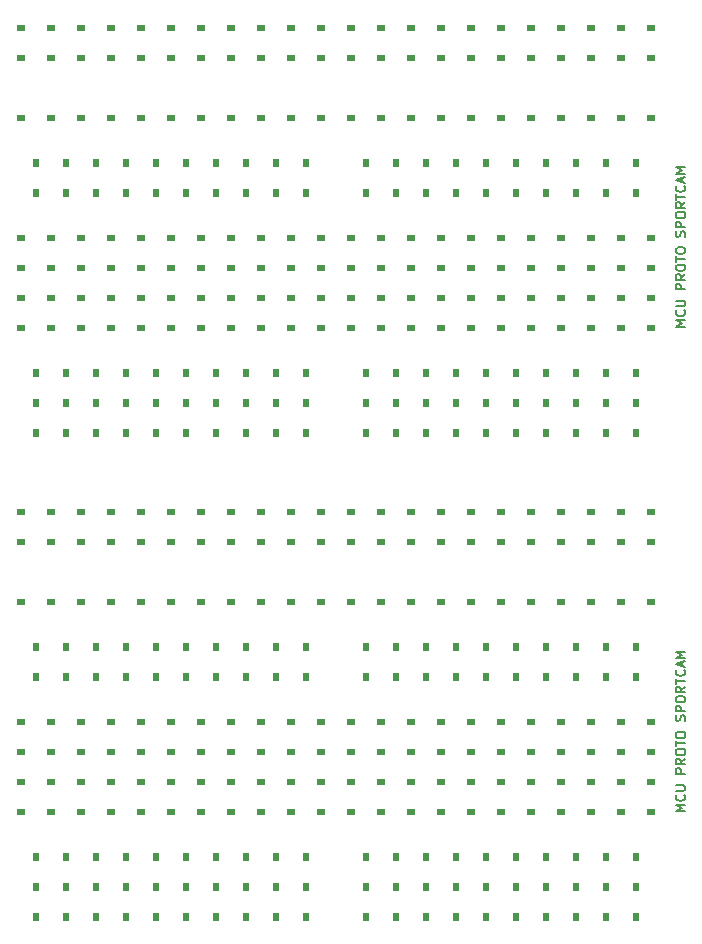
<source format=gbr>
G04 #@! TF.GenerationSoftware,KiCad,Pcbnew,5.1.5+dfsg1-2build2*
G04 #@! TF.CreationDate,2022-07-24T21:39:07-05:00*
G04 #@! TF.ProjectId,,58585858-5858-4585-9858-585858585858,rev?*
G04 #@! TF.SameCoordinates,Original*
G04 #@! TF.FileFunction,Legend,Top*
G04 #@! TF.FilePolarity,Positive*
%FSLAX46Y46*%
G04 Gerber Fmt 4.6, Leading zero omitted, Abs format (unit mm)*
G04 Created by KiCad (PCBNEW 5.1.5+dfsg1-2build2) date 2022-07-24 21:39:07*
%MOMM*%
%LPD*%
G04 APERTURE LIST*
%ADD10C,0.150000*%
%ADD11C,0.700000*%
%ADD12C,2.102000*%
G04 APERTURE END LIST*
D10*
X157055144Y-112497617D02*
X156255144Y-112497617D01*
X156826573Y-112230950D01*
X156255144Y-111964283D01*
X157055144Y-111964283D01*
X156978954Y-111126188D02*
X157017049Y-111164283D01*
X157055144Y-111278569D01*
X157055144Y-111354760D01*
X157017049Y-111469045D01*
X156940859Y-111545236D01*
X156864668Y-111583331D01*
X156712287Y-111621426D01*
X156598001Y-111621426D01*
X156445620Y-111583331D01*
X156369430Y-111545236D01*
X156293240Y-111469045D01*
X156255144Y-111354760D01*
X156255144Y-111278569D01*
X156293240Y-111164283D01*
X156331335Y-111126188D01*
X156255144Y-110783331D02*
X156902763Y-110783331D01*
X156978954Y-110745236D01*
X157017049Y-110707140D01*
X157055144Y-110630950D01*
X157055144Y-110478569D01*
X157017049Y-110402379D01*
X156978954Y-110364283D01*
X156902763Y-110326188D01*
X156255144Y-110326188D01*
X157055144Y-109335712D02*
X156255144Y-109335712D01*
X156255144Y-109030950D01*
X156293240Y-108954760D01*
X156331335Y-108916664D01*
X156407525Y-108878569D01*
X156521811Y-108878569D01*
X156598001Y-108916664D01*
X156636097Y-108954760D01*
X156674192Y-109030950D01*
X156674192Y-109335712D01*
X157055144Y-108078569D02*
X156674192Y-108345236D01*
X157055144Y-108535712D02*
X156255144Y-108535712D01*
X156255144Y-108230950D01*
X156293240Y-108154760D01*
X156331335Y-108116664D01*
X156407525Y-108078569D01*
X156521811Y-108078569D01*
X156598001Y-108116664D01*
X156636097Y-108154760D01*
X156674192Y-108230950D01*
X156674192Y-108535712D01*
X156255144Y-107583331D02*
X156255144Y-107430950D01*
X156293240Y-107354760D01*
X156369430Y-107278569D01*
X156521811Y-107240474D01*
X156788478Y-107240474D01*
X156940859Y-107278569D01*
X157017049Y-107354760D01*
X157055144Y-107430950D01*
X157055144Y-107583331D01*
X157017049Y-107659521D01*
X156940859Y-107735712D01*
X156788478Y-107773807D01*
X156521811Y-107773807D01*
X156369430Y-107735712D01*
X156293240Y-107659521D01*
X156255144Y-107583331D01*
X156255144Y-107011902D02*
X156255144Y-106554760D01*
X157055144Y-106783331D02*
X156255144Y-106783331D01*
X156255144Y-106135712D02*
X156255144Y-105983331D01*
X156293240Y-105907140D01*
X156369430Y-105830950D01*
X156521811Y-105792855D01*
X156788478Y-105792855D01*
X156940859Y-105830950D01*
X157017049Y-105907140D01*
X157055144Y-105983331D01*
X157055144Y-106135712D01*
X157017049Y-106211902D01*
X156940859Y-106288093D01*
X156788478Y-106326188D01*
X156521811Y-106326188D01*
X156369430Y-106288093D01*
X156293240Y-106211902D01*
X156255144Y-106135712D01*
X157017049Y-104878569D02*
X157055144Y-104764283D01*
X157055144Y-104573807D01*
X157017049Y-104497617D01*
X156978954Y-104459521D01*
X156902763Y-104421426D01*
X156826573Y-104421426D01*
X156750382Y-104459521D01*
X156712287Y-104497617D01*
X156674192Y-104573807D01*
X156636097Y-104726188D01*
X156598001Y-104802379D01*
X156559906Y-104840474D01*
X156483716Y-104878569D01*
X156407525Y-104878569D01*
X156331335Y-104840474D01*
X156293240Y-104802379D01*
X156255144Y-104726188D01*
X156255144Y-104535712D01*
X156293240Y-104421426D01*
X157055144Y-104078569D02*
X156255144Y-104078569D01*
X156255144Y-103773807D01*
X156293240Y-103697617D01*
X156331335Y-103659521D01*
X156407525Y-103621426D01*
X156521811Y-103621426D01*
X156598001Y-103659521D01*
X156636097Y-103697617D01*
X156674192Y-103773807D01*
X156674192Y-104078569D01*
X156255144Y-103126188D02*
X156255144Y-102973807D01*
X156293240Y-102897617D01*
X156369430Y-102821426D01*
X156521811Y-102783331D01*
X156788478Y-102783331D01*
X156940859Y-102821426D01*
X157017049Y-102897617D01*
X157055144Y-102973807D01*
X157055144Y-103126188D01*
X157017049Y-103202379D01*
X156940859Y-103278569D01*
X156788478Y-103316664D01*
X156521811Y-103316664D01*
X156369430Y-103278569D01*
X156293240Y-103202379D01*
X156255144Y-103126188D01*
X157055144Y-101983331D02*
X156674192Y-102249998D01*
X157055144Y-102440474D02*
X156255144Y-102440474D01*
X156255144Y-102135712D01*
X156293240Y-102059521D01*
X156331335Y-102021426D01*
X156407525Y-101983331D01*
X156521811Y-101983331D01*
X156598001Y-102021426D01*
X156636097Y-102059521D01*
X156674192Y-102135712D01*
X156674192Y-102440474D01*
X156255144Y-101754760D02*
X156255144Y-101297617D01*
X157055144Y-101526188D02*
X156255144Y-101526188D01*
X156978954Y-100573807D02*
X157017049Y-100611902D01*
X157055144Y-100726188D01*
X157055144Y-100802379D01*
X157017049Y-100916664D01*
X156940859Y-100992855D01*
X156864668Y-101030950D01*
X156712287Y-101069045D01*
X156598001Y-101069045D01*
X156445620Y-101030950D01*
X156369430Y-100992855D01*
X156293240Y-100916664D01*
X156255144Y-100802379D01*
X156255144Y-100726188D01*
X156293240Y-100611902D01*
X156331335Y-100573807D01*
X156826573Y-100269045D02*
X156826573Y-99888093D01*
X157055144Y-100345236D02*
X156255144Y-100078569D01*
X157055144Y-99811902D01*
X157055144Y-99545236D02*
X156255144Y-99545236D01*
X156826573Y-99278569D01*
X156255144Y-99011902D01*
X157055144Y-99011902D01*
D11*
X100825300Y-87376590D02*
X100825300Y-87084490D01*
X103365300Y-87376590D02*
X103365300Y-87084490D01*
X105905300Y-87376590D02*
X105905300Y-87084490D01*
X108445300Y-87376590D02*
X108445300Y-87084490D01*
X110985300Y-87376590D02*
X110985300Y-87084490D01*
X113525300Y-87376590D02*
X113525300Y-87084490D01*
X116065300Y-87376590D02*
X116065300Y-87084490D01*
X118605300Y-87376590D02*
X118605300Y-87084490D01*
X121145300Y-87376590D02*
X121145300Y-87084490D01*
X123685300Y-87376590D02*
X123685300Y-87084490D01*
X126225300Y-87376590D02*
X126225300Y-87084490D01*
X128765300Y-87376590D02*
X128765300Y-87084490D01*
X131305300Y-87376590D02*
X131305300Y-87084490D01*
X133845300Y-87376590D02*
X133845300Y-87084490D01*
X136385300Y-87376590D02*
X136385300Y-87084490D01*
X138925300Y-87376590D02*
X138925300Y-87084490D01*
X141465300Y-87376590D02*
X141465300Y-87084490D01*
X144005300Y-87376590D02*
X144005300Y-87084490D01*
X146545300Y-87376590D02*
X146545300Y-87084490D01*
X149085300Y-87376590D02*
X149085300Y-87084490D01*
X151625300Y-87376590D02*
X151625300Y-87084490D01*
X154165300Y-87376590D02*
X154165300Y-87084490D01*
X100825300Y-89916590D02*
X100825300Y-89624490D01*
X103365300Y-89916590D02*
X103365300Y-89624490D01*
X105905300Y-89916590D02*
X105905300Y-89624490D01*
X108445300Y-89916590D02*
X108445300Y-89624490D01*
X110985300Y-89916590D02*
X110985300Y-89624490D01*
X113525300Y-89916590D02*
X113525300Y-89624490D01*
X116065300Y-89916590D02*
X116065300Y-89624490D01*
X118605300Y-89916590D02*
X118605300Y-89624490D01*
X121145300Y-89916590D02*
X121145300Y-89624490D01*
X123685300Y-89916590D02*
X123685300Y-89624490D01*
X126225300Y-89916590D02*
X126225300Y-89624490D01*
X128765300Y-89916590D02*
X128765300Y-89624490D01*
X131305300Y-89916590D02*
X131305300Y-89624490D01*
X133845300Y-89916590D02*
X133845300Y-89624490D01*
X136385300Y-89916590D02*
X136385300Y-89624490D01*
X138925300Y-89916590D02*
X138925300Y-89624490D01*
X141465300Y-89916590D02*
X141465300Y-89624490D01*
X144005300Y-89916590D02*
X144005300Y-89624490D01*
X146545300Y-89916590D02*
X146545300Y-89624490D01*
X149085300Y-89916590D02*
X149085300Y-89624490D01*
X151625300Y-89916590D02*
X151625300Y-89624490D01*
X154165300Y-89916590D02*
X154165300Y-89624490D01*
X100825300Y-94996590D02*
X100825300Y-94704490D01*
X103365300Y-94996590D02*
X103365300Y-94704490D01*
X105905300Y-94996590D02*
X105905300Y-94704490D01*
X108445300Y-94996590D02*
X108445300Y-94704490D01*
X110985300Y-94996590D02*
X110985300Y-94704490D01*
X113525300Y-94996590D02*
X113525300Y-94704490D01*
X116065300Y-94996590D02*
X116065300Y-94704490D01*
X118605300Y-94996590D02*
X118605300Y-94704490D01*
X121145300Y-94996590D02*
X121145300Y-94704490D01*
X123685300Y-94996590D02*
X123685300Y-94704490D01*
X126225300Y-94996590D02*
X126225300Y-94704490D01*
X128765300Y-94996590D02*
X128765300Y-94704490D01*
X131305300Y-94996590D02*
X131305300Y-94704490D01*
X133845300Y-94996590D02*
X133845300Y-94704490D01*
X136385300Y-94996590D02*
X136385300Y-94704490D01*
X138925300Y-94996590D02*
X138925300Y-94704490D01*
X141465300Y-94996590D02*
X141465300Y-94704490D01*
X144005300Y-94996590D02*
X144005300Y-94704490D01*
X146545300Y-94996590D02*
X146545300Y-94704490D01*
X149085300Y-94996590D02*
X149085300Y-94704490D01*
X151625300Y-94996590D02*
X151625300Y-94704490D01*
X154165300Y-94996590D02*
X154165300Y-94704490D01*
X102235000Y-98657040D02*
X101942900Y-98657040D01*
X104775000Y-98657040D02*
X104482900Y-98657040D01*
X107315000Y-98657040D02*
X107022900Y-98657040D01*
X109855000Y-98657040D02*
X109562900Y-98657040D01*
X112395000Y-98657040D02*
X112102900Y-98657040D01*
X114935000Y-98657040D02*
X114642900Y-98657040D01*
X117475000Y-98657040D02*
X117182900Y-98657040D01*
X120015000Y-98657040D02*
X119722900Y-98657040D01*
X122555000Y-98657040D02*
X122262900Y-98657040D01*
X125095000Y-98657040D02*
X124802900Y-98657040D01*
X130175000Y-98657040D02*
X129882900Y-98657040D01*
X132715000Y-98657040D02*
X132422900Y-98657040D01*
X135255000Y-98657040D02*
X134962900Y-98657040D01*
X137795000Y-98657040D02*
X137502900Y-98657040D01*
X140335000Y-98657040D02*
X140042900Y-98657040D01*
X142875000Y-98657040D02*
X142582900Y-98657040D01*
X145415000Y-98657040D02*
X145122900Y-98657040D01*
X147955000Y-98657040D02*
X147662900Y-98657040D01*
X150495000Y-98657040D02*
X150202900Y-98657040D01*
X153035000Y-98657040D02*
X152742900Y-98657040D01*
X102235000Y-101197040D02*
X101942900Y-101197040D01*
X104775000Y-101197040D02*
X104482900Y-101197040D01*
X107315000Y-101197040D02*
X107022900Y-101197040D01*
X109855000Y-101197040D02*
X109562900Y-101197040D01*
X112395000Y-101197040D02*
X112102900Y-101197040D01*
X114935000Y-101197040D02*
X114642900Y-101197040D01*
X117475000Y-101197040D02*
X117182900Y-101197040D01*
X120015000Y-101197040D02*
X119722900Y-101197040D01*
X122555000Y-101197040D02*
X122262900Y-101197040D01*
X125095000Y-101197040D02*
X124802900Y-101197040D01*
X130175000Y-101197040D02*
X129882900Y-101197040D01*
X132715000Y-101197040D02*
X132422900Y-101197040D01*
X135255000Y-101197040D02*
X134962900Y-101197040D01*
X137795000Y-101197040D02*
X137502900Y-101197040D01*
X140335000Y-101197040D02*
X140042900Y-101197040D01*
X142875000Y-101197040D02*
X142582900Y-101197040D01*
X145415000Y-101197040D02*
X145122900Y-101197040D01*
X147955000Y-101197040D02*
X147662900Y-101197040D01*
X150495000Y-101197040D02*
X150202900Y-101197040D01*
X153035000Y-101197040D02*
X152742900Y-101197040D01*
X102235000Y-116437040D02*
X101942900Y-116437040D01*
X104775000Y-116437040D02*
X104482900Y-116437040D01*
X107315000Y-116437040D02*
X107022900Y-116437040D01*
X109855000Y-116437040D02*
X109562900Y-116437040D01*
X112395000Y-116437040D02*
X112102900Y-116437040D01*
X114935000Y-116437040D02*
X114642900Y-116437040D01*
X117475000Y-116437040D02*
X117182900Y-116437040D01*
X120015000Y-116437040D02*
X119722900Y-116437040D01*
X122555000Y-116437040D02*
X122262900Y-116437040D01*
X125095000Y-116437040D02*
X124802900Y-116437040D01*
X130175000Y-116437040D02*
X129882900Y-116437040D01*
X132715000Y-116437040D02*
X132422900Y-116437040D01*
X135255000Y-116437040D02*
X134962900Y-116437040D01*
X137795000Y-116437040D02*
X137502900Y-116437040D01*
X140335000Y-116437040D02*
X140042900Y-116437040D01*
X142875000Y-116437040D02*
X142582900Y-116437040D01*
X145415000Y-116437040D02*
X145122900Y-116437040D01*
X147955000Y-116437040D02*
X147662900Y-116437040D01*
X150495000Y-116437040D02*
X150202900Y-116437040D01*
X153035000Y-116437040D02*
X152742900Y-116437040D01*
X102235000Y-118977040D02*
X101942900Y-118977040D01*
X104775000Y-118977040D02*
X104482900Y-118977040D01*
X107315000Y-118977040D02*
X107022900Y-118977040D01*
X109855000Y-118977040D02*
X109562900Y-118977040D01*
X112395000Y-118977040D02*
X112102900Y-118977040D01*
X114935000Y-118977040D02*
X114642900Y-118977040D01*
X117475000Y-118977040D02*
X117182900Y-118977040D01*
X120015000Y-118977040D02*
X119722900Y-118977040D01*
X122555000Y-118977040D02*
X122262900Y-118977040D01*
X125095000Y-118977040D02*
X124802900Y-118977040D01*
X130175000Y-118977040D02*
X129882900Y-118977040D01*
X132715000Y-118977040D02*
X132422900Y-118977040D01*
X135255000Y-118977040D02*
X134962900Y-118977040D01*
X137795000Y-118977040D02*
X137502900Y-118977040D01*
X140335000Y-118977040D02*
X140042900Y-118977040D01*
X142875000Y-118977040D02*
X142582900Y-118977040D01*
X145415000Y-118977040D02*
X145122900Y-118977040D01*
X147955000Y-118977040D02*
X147662900Y-118977040D01*
X150495000Y-118977040D02*
X150202900Y-118977040D01*
X153035000Y-118977040D02*
X152742900Y-118977040D01*
X102235000Y-121517040D02*
X101942900Y-121517040D01*
X104775000Y-121517040D02*
X104482900Y-121517040D01*
X107315000Y-121517040D02*
X107022900Y-121517040D01*
X109855000Y-121517040D02*
X109562900Y-121517040D01*
X112395000Y-121517040D02*
X112102900Y-121517040D01*
X114935000Y-121517040D02*
X114642900Y-121517040D01*
X117475000Y-121517040D02*
X117182900Y-121517040D01*
X120015000Y-121517040D02*
X119722900Y-121517040D01*
X122555000Y-121517040D02*
X122262900Y-121517040D01*
X125095000Y-121517040D02*
X124802900Y-121517040D01*
X130175000Y-121517040D02*
X129882900Y-121517040D01*
X132715000Y-121517040D02*
X132422900Y-121517040D01*
X135255000Y-121517040D02*
X134962900Y-121517040D01*
X137795000Y-121517040D02*
X137502900Y-121517040D01*
X140335000Y-121517040D02*
X140042900Y-121517040D01*
X142875000Y-121517040D02*
X142582900Y-121517040D01*
X145415000Y-121517040D02*
X145122900Y-121517040D01*
X147955000Y-121517040D02*
X147662900Y-121517040D01*
X150495000Y-121517040D02*
X150202900Y-121517040D01*
X153035000Y-121517040D02*
X152742900Y-121517040D01*
X100825300Y-105156590D02*
X100825300Y-104864490D01*
X103365300Y-105156590D02*
X103365300Y-104864490D01*
X105905300Y-105156590D02*
X105905300Y-104864490D01*
X108445300Y-105156590D02*
X108445300Y-104864490D01*
X110985300Y-105156590D02*
X110985300Y-104864490D01*
X113525300Y-105156590D02*
X113525300Y-104864490D01*
X116065300Y-105156590D02*
X116065300Y-104864490D01*
X118605300Y-105156590D02*
X118605300Y-104864490D01*
X121145300Y-105156590D02*
X121145300Y-104864490D01*
X123685300Y-105156590D02*
X123685300Y-104864490D01*
X126225300Y-105156590D02*
X126225300Y-104864490D01*
X128765300Y-105156590D02*
X128765300Y-104864490D01*
X131305300Y-105156590D02*
X131305300Y-104864490D01*
X133845300Y-105156590D02*
X133845300Y-104864490D01*
X136385300Y-105156590D02*
X136385300Y-104864490D01*
X138925300Y-105156590D02*
X138925300Y-104864490D01*
X141465300Y-105156590D02*
X141465300Y-104864490D01*
X144005300Y-105156590D02*
X144005300Y-104864490D01*
X146545300Y-105156590D02*
X146545300Y-104864490D01*
X149085300Y-105156590D02*
X149085300Y-104864490D01*
X151625300Y-105156590D02*
X151625300Y-104864490D01*
X154165300Y-105156590D02*
X154165300Y-104864490D01*
X100825300Y-107696590D02*
X100825300Y-107404490D01*
X103365300Y-107696590D02*
X103365300Y-107404490D01*
X105905300Y-107696590D02*
X105905300Y-107404490D01*
X108445300Y-107696590D02*
X108445300Y-107404490D01*
X110985300Y-107696590D02*
X110985300Y-107404490D01*
X113525300Y-107696590D02*
X113525300Y-107404490D01*
X116065300Y-107696590D02*
X116065300Y-107404490D01*
X118605300Y-107696590D02*
X118605300Y-107404490D01*
X121145300Y-107696590D02*
X121145300Y-107404490D01*
X123685300Y-107696590D02*
X123685300Y-107404490D01*
X126225300Y-107696590D02*
X126225300Y-107404490D01*
X128765300Y-107696590D02*
X128765300Y-107404490D01*
X131305300Y-107696590D02*
X131305300Y-107404490D01*
X133845300Y-107696590D02*
X133845300Y-107404490D01*
X136385300Y-107696590D02*
X136385300Y-107404490D01*
X138925300Y-107696590D02*
X138925300Y-107404490D01*
X141465300Y-107696590D02*
X141465300Y-107404490D01*
X144005300Y-107696590D02*
X144005300Y-107404490D01*
X146545300Y-107696590D02*
X146545300Y-107404490D01*
X149085300Y-107696590D02*
X149085300Y-107404490D01*
X151625300Y-107696590D02*
X151625300Y-107404490D01*
X154165300Y-107696590D02*
X154165300Y-107404490D01*
X100825300Y-110236590D02*
X100825300Y-109944490D01*
X103365300Y-110236590D02*
X103365300Y-109944490D01*
X105905300Y-110236590D02*
X105905300Y-109944490D01*
X108445300Y-110236590D02*
X108445300Y-109944490D01*
X110985300Y-110236590D02*
X110985300Y-109944490D01*
X113525300Y-110236590D02*
X113525300Y-109944490D01*
X116065300Y-110236590D02*
X116065300Y-109944490D01*
X118605300Y-110236590D02*
X118605300Y-109944490D01*
X121145300Y-110236590D02*
X121145300Y-109944490D01*
X123685300Y-110236590D02*
X123685300Y-109944490D01*
X126225300Y-110236590D02*
X126225300Y-109944490D01*
X128765300Y-110236590D02*
X128765300Y-109944490D01*
X131305300Y-110236590D02*
X131305300Y-109944490D01*
X133845300Y-110236590D02*
X133845300Y-109944490D01*
X136385300Y-110236590D02*
X136385300Y-109944490D01*
X138925300Y-110236590D02*
X138925300Y-109944490D01*
X141465300Y-110236590D02*
X141465300Y-109944490D01*
X144005300Y-110236590D02*
X144005300Y-109944490D01*
X146545300Y-110236590D02*
X146545300Y-109944490D01*
X149085300Y-110236590D02*
X149085300Y-109944490D01*
X151625300Y-110236590D02*
X151625300Y-109944490D01*
X154165300Y-110236590D02*
X154165300Y-109944490D01*
X100825300Y-112776590D02*
X100825300Y-112484490D01*
X103365300Y-112776590D02*
X103365300Y-112484490D01*
X105905300Y-112776590D02*
X105905300Y-112484490D01*
X108445300Y-112776590D02*
X108445300Y-112484490D01*
X110985300Y-112776590D02*
X110985300Y-112484490D01*
X113525300Y-112776590D02*
X113525300Y-112484490D01*
X116065300Y-112776590D02*
X116065300Y-112484490D01*
X118605300Y-112776590D02*
X118605300Y-112484490D01*
X121145300Y-112776590D02*
X121145300Y-112484490D01*
X123685300Y-112776590D02*
X123685300Y-112484490D01*
X126225300Y-112776590D02*
X126225300Y-112484490D01*
X128765300Y-112776590D02*
X128765300Y-112484490D01*
X131305300Y-112776590D02*
X131305300Y-112484490D01*
X133845300Y-112776590D02*
X133845300Y-112484490D01*
X136385300Y-112776590D02*
X136385300Y-112484490D01*
X154165300Y-112776590D02*
X154165300Y-112484490D01*
X149085300Y-112776590D02*
X149085300Y-112484490D01*
X151625300Y-112776590D02*
X151625300Y-112484490D01*
X146545300Y-112776590D02*
X146545300Y-112484490D01*
X144005300Y-112776590D02*
X144005300Y-112484490D01*
X141465300Y-112776590D02*
X141465300Y-112484490D01*
X138925300Y-112776590D02*
X138925300Y-112484490D01*
X154165300Y-71776590D02*
X154165300Y-71484490D01*
X151625300Y-71776590D02*
X151625300Y-71484490D01*
X149085300Y-71776590D02*
X149085300Y-71484490D01*
X146545300Y-71776590D02*
X146545300Y-71484490D01*
X144005300Y-71776590D02*
X144005300Y-71484490D01*
X141465300Y-71776590D02*
X141465300Y-71484490D01*
X138925300Y-71776590D02*
X138925300Y-71484490D01*
X136385300Y-71776590D02*
X136385300Y-71484490D01*
X133845300Y-71776590D02*
X133845300Y-71484490D01*
X131305300Y-71776590D02*
X131305300Y-71484490D01*
X128765300Y-71776590D02*
X128765300Y-71484490D01*
X126225300Y-71776590D02*
X126225300Y-71484490D01*
X123685300Y-71776590D02*
X123685300Y-71484490D01*
X121145300Y-71776590D02*
X121145300Y-71484490D01*
X118605300Y-71776590D02*
X118605300Y-71484490D01*
X116065300Y-71776590D02*
X116065300Y-71484490D01*
X113525300Y-71776590D02*
X113525300Y-71484490D01*
X110985300Y-71776590D02*
X110985300Y-71484490D01*
X108445300Y-71776590D02*
X108445300Y-71484490D01*
X105905300Y-71776590D02*
X105905300Y-71484490D01*
X103365300Y-71776590D02*
X103365300Y-71484490D01*
X100825300Y-71776590D02*
X100825300Y-71484490D01*
X154165300Y-69236590D02*
X154165300Y-68944490D01*
X151625300Y-69236590D02*
X151625300Y-68944490D01*
X149085300Y-69236590D02*
X149085300Y-68944490D01*
X146545300Y-69236590D02*
X146545300Y-68944490D01*
X144005300Y-69236590D02*
X144005300Y-68944490D01*
X141465300Y-69236590D02*
X141465300Y-68944490D01*
X138925300Y-69236590D02*
X138925300Y-68944490D01*
X136385300Y-69236590D02*
X136385300Y-68944490D01*
X133845300Y-69236590D02*
X133845300Y-68944490D01*
X131305300Y-69236590D02*
X131305300Y-68944490D01*
X128765300Y-69236590D02*
X128765300Y-68944490D01*
X126225300Y-69236590D02*
X126225300Y-68944490D01*
X123685300Y-69236590D02*
X123685300Y-68944490D01*
X121145300Y-69236590D02*
X121145300Y-68944490D01*
X118605300Y-69236590D02*
X118605300Y-68944490D01*
X116065300Y-69236590D02*
X116065300Y-68944490D01*
X113525300Y-69236590D02*
X113525300Y-68944490D01*
X110985300Y-69236590D02*
X110985300Y-68944490D01*
X108445300Y-69236590D02*
X108445300Y-68944490D01*
X105905300Y-69236590D02*
X105905300Y-68944490D01*
X103365300Y-69236590D02*
X103365300Y-68944490D01*
X100825300Y-69236590D02*
X100825300Y-68944490D01*
X154165300Y-66696590D02*
X154165300Y-66404490D01*
X151625300Y-66696590D02*
X151625300Y-66404490D01*
X149085300Y-66696590D02*
X149085300Y-66404490D01*
X146545300Y-66696590D02*
X146545300Y-66404490D01*
X144005300Y-66696590D02*
X144005300Y-66404490D01*
X141465300Y-66696590D02*
X141465300Y-66404490D01*
X138925300Y-66696590D02*
X138925300Y-66404490D01*
X136385300Y-66696590D02*
X136385300Y-66404490D01*
X133845300Y-66696590D02*
X133845300Y-66404490D01*
X131305300Y-66696590D02*
X131305300Y-66404490D01*
X128765300Y-66696590D02*
X128765300Y-66404490D01*
X126225300Y-66696590D02*
X126225300Y-66404490D01*
X123685300Y-66696590D02*
X123685300Y-66404490D01*
X121145300Y-66696590D02*
X121145300Y-66404490D01*
X118605300Y-66696590D02*
X118605300Y-66404490D01*
X116065300Y-66696590D02*
X116065300Y-66404490D01*
X113525300Y-66696590D02*
X113525300Y-66404490D01*
X110985300Y-66696590D02*
X110985300Y-66404490D01*
X108445300Y-66696590D02*
X108445300Y-66404490D01*
X105905300Y-66696590D02*
X105905300Y-66404490D01*
X103365300Y-66696590D02*
X103365300Y-66404490D01*
X100825300Y-66696590D02*
X100825300Y-66404490D01*
X154165300Y-64156590D02*
X154165300Y-63864490D01*
X151625300Y-64156590D02*
X151625300Y-63864490D01*
X149085300Y-64156590D02*
X149085300Y-63864490D01*
X146545300Y-64156590D02*
X146545300Y-63864490D01*
X144005300Y-64156590D02*
X144005300Y-63864490D01*
X141465300Y-64156590D02*
X141465300Y-63864490D01*
X138925300Y-64156590D02*
X138925300Y-63864490D01*
X136385300Y-64156590D02*
X136385300Y-63864490D01*
X133845300Y-64156590D02*
X133845300Y-63864490D01*
X131305300Y-64156590D02*
X131305300Y-63864490D01*
X128765300Y-64156590D02*
X128765300Y-63864490D01*
X126225300Y-64156590D02*
X126225300Y-63864490D01*
X123685300Y-64156590D02*
X123685300Y-63864490D01*
X121145300Y-64156590D02*
X121145300Y-63864490D01*
X118605300Y-64156590D02*
X118605300Y-63864490D01*
X116065300Y-64156590D02*
X116065300Y-63864490D01*
X113525300Y-64156590D02*
X113525300Y-63864490D01*
X110985300Y-64156590D02*
X110985300Y-63864490D01*
X108445300Y-64156590D02*
X108445300Y-63864490D01*
X105905300Y-64156590D02*
X105905300Y-63864490D01*
X103365300Y-64156590D02*
X103365300Y-63864490D01*
X100825300Y-64156590D02*
X100825300Y-63864490D01*
X153035000Y-80517040D02*
X152742900Y-80517040D01*
X150495000Y-80517040D02*
X150202900Y-80517040D01*
X147955000Y-80517040D02*
X147662900Y-80517040D01*
X145415000Y-80517040D02*
X145122900Y-80517040D01*
X142875000Y-80517040D02*
X142582900Y-80517040D01*
X140335000Y-80517040D02*
X140042900Y-80517040D01*
X137795000Y-80517040D02*
X137502900Y-80517040D01*
X135255000Y-80517040D02*
X134962900Y-80517040D01*
X132715000Y-80517040D02*
X132422900Y-80517040D01*
X130175000Y-80517040D02*
X129882900Y-80517040D01*
X125095000Y-80517040D02*
X124802900Y-80517040D01*
X122555000Y-80517040D02*
X122262900Y-80517040D01*
X120015000Y-80517040D02*
X119722900Y-80517040D01*
X117475000Y-80517040D02*
X117182900Y-80517040D01*
X114935000Y-80517040D02*
X114642900Y-80517040D01*
X112395000Y-80517040D02*
X112102900Y-80517040D01*
X109855000Y-80517040D02*
X109562900Y-80517040D01*
X107315000Y-80517040D02*
X107022900Y-80517040D01*
X104775000Y-80517040D02*
X104482900Y-80517040D01*
X102235000Y-80517040D02*
X101942900Y-80517040D01*
X153035000Y-77977040D02*
X152742900Y-77977040D01*
X150495000Y-77977040D02*
X150202900Y-77977040D01*
X147955000Y-77977040D02*
X147662900Y-77977040D01*
X145415000Y-77977040D02*
X145122900Y-77977040D01*
X142875000Y-77977040D02*
X142582900Y-77977040D01*
X140335000Y-77977040D02*
X140042900Y-77977040D01*
X137795000Y-77977040D02*
X137502900Y-77977040D01*
X135255000Y-77977040D02*
X134962900Y-77977040D01*
X132715000Y-77977040D02*
X132422900Y-77977040D01*
X130175000Y-77977040D02*
X129882900Y-77977040D01*
X125095000Y-77977040D02*
X124802900Y-77977040D01*
X122555000Y-77977040D02*
X122262900Y-77977040D01*
X120015000Y-77977040D02*
X119722900Y-77977040D01*
X117475000Y-77977040D02*
X117182900Y-77977040D01*
X114935000Y-77977040D02*
X114642900Y-77977040D01*
X112395000Y-77977040D02*
X112102900Y-77977040D01*
X109855000Y-77977040D02*
X109562900Y-77977040D01*
X107315000Y-77977040D02*
X107022900Y-77977040D01*
X104775000Y-77977040D02*
X104482900Y-77977040D01*
X102235000Y-77977040D02*
X101942900Y-77977040D01*
X153035000Y-75437040D02*
X152742900Y-75437040D01*
X150495000Y-75437040D02*
X150202900Y-75437040D01*
X147955000Y-75437040D02*
X147662900Y-75437040D01*
X145415000Y-75437040D02*
X145122900Y-75437040D01*
X142875000Y-75437040D02*
X142582900Y-75437040D01*
X140335000Y-75437040D02*
X140042900Y-75437040D01*
X137795000Y-75437040D02*
X137502900Y-75437040D01*
X135255000Y-75437040D02*
X134962900Y-75437040D01*
X132715000Y-75437040D02*
X132422900Y-75437040D01*
X130175000Y-75437040D02*
X129882900Y-75437040D01*
X125095000Y-75437040D02*
X124802900Y-75437040D01*
X122555000Y-75437040D02*
X122262900Y-75437040D01*
X120015000Y-75437040D02*
X119722900Y-75437040D01*
X117475000Y-75437040D02*
X117182900Y-75437040D01*
X114935000Y-75437040D02*
X114642900Y-75437040D01*
X112395000Y-75437040D02*
X112102900Y-75437040D01*
X109855000Y-75437040D02*
X109562900Y-75437040D01*
X107315000Y-75437040D02*
X107022900Y-75437040D01*
X104775000Y-75437040D02*
X104482900Y-75437040D01*
X102235000Y-75437040D02*
X101942900Y-75437040D01*
X153035000Y-60197040D02*
X152742900Y-60197040D01*
X150495000Y-60197040D02*
X150202900Y-60197040D01*
X147955000Y-60197040D02*
X147662900Y-60197040D01*
X145415000Y-60197040D02*
X145122900Y-60197040D01*
X142875000Y-60197040D02*
X142582900Y-60197040D01*
X140335000Y-60197040D02*
X140042900Y-60197040D01*
X137795000Y-60197040D02*
X137502900Y-60197040D01*
X135255000Y-60197040D02*
X134962900Y-60197040D01*
X132715000Y-60197040D02*
X132422900Y-60197040D01*
X130175000Y-60197040D02*
X129882900Y-60197040D01*
X125095000Y-60197040D02*
X124802900Y-60197040D01*
X122555000Y-60197040D02*
X122262900Y-60197040D01*
X120015000Y-60197040D02*
X119722900Y-60197040D01*
X117475000Y-60197040D02*
X117182900Y-60197040D01*
X114935000Y-60197040D02*
X114642900Y-60197040D01*
X112395000Y-60197040D02*
X112102900Y-60197040D01*
X109855000Y-60197040D02*
X109562900Y-60197040D01*
X107315000Y-60197040D02*
X107022900Y-60197040D01*
X104775000Y-60197040D02*
X104482900Y-60197040D01*
X102235000Y-60197040D02*
X101942900Y-60197040D01*
X153035000Y-57657040D02*
X152742900Y-57657040D01*
X150495000Y-57657040D02*
X150202900Y-57657040D01*
X147955000Y-57657040D02*
X147662900Y-57657040D01*
X145415000Y-57657040D02*
X145122900Y-57657040D01*
X142875000Y-57657040D02*
X142582900Y-57657040D01*
X140335000Y-57657040D02*
X140042900Y-57657040D01*
X137795000Y-57657040D02*
X137502900Y-57657040D01*
X135255000Y-57657040D02*
X134962900Y-57657040D01*
X132715000Y-57657040D02*
X132422900Y-57657040D01*
X130175000Y-57657040D02*
X129882900Y-57657040D01*
X125095000Y-57657040D02*
X124802900Y-57657040D01*
X122555000Y-57657040D02*
X122262900Y-57657040D01*
X120015000Y-57657040D02*
X119722900Y-57657040D01*
X117475000Y-57657040D02*
X117182900Y-57657040D01*
X114935000Y-57657040D02*
X114642900Y-57657040D01*
X112395000Y-57657040D02*
X112102900Y-57657040D01*
X109855000Y-57657040D02*
X109562900Y-57657040D01*
X107315000Y-57657040D02*
X107022900Y-57657040D01*
X104775000Y-57657040D02*
X104482900Y-57657040D01*
X102235000Y-57657040D02*
X101942900Y-57657040D01*
X154165300Y-53996590D02*
X154165300Y-53704490D01*
X151625300Y-53996590D02*
X151625300Y-53704490D01*
X149085300Y-53996590D02*
X149085300Y-53704490D01*
X146545300Y-53996590D02*
X146545300Y-53704490D01*
X144005300Y-53996590D02*
X144005300Y-53704490D01*
X141465300Y-53996590D02*
X141465300Y-53704490D01*
X138925300Y-53996590D02*
X138925300Y-53704490D01*
X136385300Y-53996590D02*
X136385300Y-53704490D01*
X133845300Y-53996590D02*
X133845300Y-53704490D01*
X131305300Y-53996590D02*
X131305300Y-53704490D01*
X128765300Y-53996590D02*
X128765300Y-53704490D01*
X126225300Y-53996590D02*
X126225300Y-53704490D01*
X123685300Y-53996590D02*
X123685300Y-53704490D01*
X121145300Y-53996590D02*
X121145300Y-53704490D01*
X118605300Y-53996590D02*
X118605300Y-53704490D01*
X116065300Y-53996590D02*
X116065300Y-53704490D01*
X113525300Y-53996590D02*
X113525300Y-53704490D01*
X110985300Y-53996590D02*
X110985300Y-53704490D01*
X108445300Y-53996590D02*
X108445300Y-53704490D01*
X105905300Y-53996590D02*
X105905300Y-53704490D01*
X103365300Y-53996590D02*
X103365300Y-53704490D01*
X100825300Y-53996590D02*
X100825300Y-53704490D01*
X154165300Y-48916590D02*
X154165300Y-48624490D01*
X151625300Y-48916590D02*
X151625300Y-48624490D01*
X149085300Y-48916590D02*
X149085300Y-48624490D01*
X146545300Y-48916590D02*
X146545300Y-48624490D01*
X144005300Y-48916590D02*
X144005300Y-48624490D01*
X141465300Y-48916590D02*
X141465300Y-48624490D01*
X138925300Y-48916590D02*
X138925300Y-48624490D01*
X136385300Y-48916590D02*
X136385300Y-48624490D01*
X133845300Y-48916590D02*
X133845300Y-48624490D01*
X131305300Y-48916590D02*
X131305300Y-48624490D01*
X128765300Y-48916590D02*
X128765300Y-48624490D01*
X126225300Y-48916590D02*
X126225300Y-48624490D01*
X123685300Y-48916590D02*
X123685300Y-48624490D01*
X121145300Y-48916590D02*
X121145300Y-48624490D01*
X118605300Y-48916590D02*
X118605300Y-48624490D01*
X116065300Y-48916590D02*
X116065300Y-48624490D01*
X113525300Y-48916590D02*
X113525300Y-48624490D01*
X110985300Y-48916590D02*
X110985300Y-48624490D01*
X108445300Y-48916590D02*
X108445300Y-48624490D01*
X105905300Y-48916590D02*
X105905300Y-48624490D01*
X103365300Y-48916590D02*
X103365300Y-48624490D01*
X100825300Y-48916590D02*
X100825300Y-48624490D01*
X154165300Y-46376590D02*
X154165300Y-46084490D01*
X151625300Y-46376590D02*
X151625300Y-46084490D01*
X149085300Y-46376590D02*
X149085300Y-46084490D01*
X146545300Y-46376590D02*
X146545300Y-46084490D01*
X144005300Y-46376590D02*
X144005300Y-46084490D01*
X141465300Y-46376590D02*
X141465300Y-46084490D01*
X138925300Y-46376590D02*
X138925300Y-46084490D01*
X136385300Y-46376590D02*
X136385300Y-46084490D01*
X133845300Y-46376590D02*
X133845300Y-46084490D01*
X131305300Y-46376590D02*
X131305300Y-46084490D01*
X128765300Y-46376590D02*
X128765300Y-46084490D01*
X126225300Y-46376590D02*
X126225300Y-46084490D01*
X123685300Y-46376590D02*
X123685300Y-46084490D01*
X121145300Y-46376590D02*
X121145300Y-46084490D01*
X118605300Y-46376590D02*
X118605300Y-46084490D01*
X116065300Y-46376590D02*
X116065300Y-46084490D01*
X113525300Y-46376590D02*
X113525300Y-46084490D01*
X110985300Y-46376590D02*
X110985300Y-46084490D01*
X108445300Y-46376590D02*
X108445300Y-46084490D01*
X105905300Y-46376590D02*
X105905300Y-46084490D01*
X103365300Y-46376590D02*
X103365300Y-46084490D01*
X100825300Y-46376590D02*
X100825300Y-46084490D01*
D10*
X157055144Y-71497617D02*
X156255144Y-71497617D01*
X156826573Y-71230950D01*
X156255144Y-70964283D01*
X157055144Y-70964283D01*
X156978954Y-70126188D02*
X157017049Y-70164283D01*
X157055144Y-70278569D01*
X157055144Y-70354760D01*
X157017049Y-70469045D01*
X156940859Y-70545236D01*
X156864668Y-70583331D01*
X156712287Y-70621426D01*
X156598001Y-70621426D01*
X156445620Y-70583331D01*
X156369430Y-70545236D01*
X156293240Y-70469045D01*
X156255144Y-70354760D01*
X156255144Y-70278569D01*
X156293240Y-70164283D01*
X156331335Y-70126188D01*
X156255144Y-69783331D02*
X156902763Y-69783331D01*
X156978954Y-69745236D01*
X157017049Y-69707140D01*
X157055144Y-69630950D01*
X157055144Y-69478569D01*
X157017049Y-69402379D01*
X156978954Y-69364283D01*
X156902763Y-69326188D01*
X156255144Y-69326188D01*
X157055144Y-68335712D02*
X156255144Y-68335712D01*
X156255144Y-68030950D01*
X156293240Y-67954760D01*
X156331335Y-67916664D01*
X156407525Y-67878569D01*
X156521811Y-67878569D01*
X156598001Y-67916664D01*
X156636097Y-67954760D01*
X156674192Y-68030950D01*
X156674192Y-68335712D01*
X157055144Y-67078569D02*
X156674192Y-67345236D01*
X157055144Y-67535712D02*
X156255144Y-67535712D01*
X156255144Y-67230950D01*
X156293240Y-67154760D01*
X156331335Y-67116664D01*
X156407525Y-67078569D01*
X156521811Y-67078569D01*
X156598001Y-67116664D01*
X156636097Y-67154760D01*
X156674192Y-67230950D01*
X156674192Y-67535712D01*
X156255144Y-66583331D02*
X156255144Y-66430950D01*
X156293240Y-66354760D01*
X156369430Y-66278569D01*
X156521811Y-66240474D01*
X156788478Y-66240474D01*
X156940859Y-66278569D01*
X157017049Y-66354760D01*
X157055144Y-66430950D01*
X157055144Y-66583331D01*
X157017049Y-66659521D01*
X156940859Y-66735712D01*
X156788478Y-66773807D01*
X156521811Y-66773807D01*
X156369430Y-66735712D01*
X156293240Y-66659521D01*
X156255144Y-66583331D01*
X156255144Y-66011902D02*
X156255144Y-65554760D01*
X157055144Y-65783331D02*
X156255144Y-65783331D01*
X156255144Y-65135712D02*
X156255144Y-64983331D01*
X156293240Y-64907140D01*
X156369430Y-64830950D01*
X156521811Y-64792855D01*
X156788478Y-64792855D01*
X156940859Y-64830950D01*
X157017049Y-64907140D01*
X157055144Y-64983331D01*
X157055144Y-65135712D01*
X157017049Y-65211902D01*
X156940859Y-65288093D01*
X156788478Y-65326188D01*
X156521811Y-65326188D01*
X156369430Y-65288093D01*
X156293240Y-65211902D01*
X156255144Y-65135712D01*
X157017049Y-63878569D02*
X157055144Y-63764283D01*
X157055144Y-63573807D01*
X157017049Y-63497617D01*
X156978954Y-63459521D01*
X156902763Y-63421426D01*
X156826573Y-63421426D01*
X156750382Y-63459521D01*
X156712287Y-63497617D01*
X156674192Y-63573807D01*
X156636097Y-63726188D01*
X156598001Y-63802379D01*
X156559906Y-63840474D01*
X156483716Y-63878569D01*
X156407525Y-63878569D01*
X156331335Y-63840474D01*
X156293240Y-63802379D01*
X156255144Y-63726188D01*
X156255144Y-63535712D01*
X156293240Y-63421426D01*
X157055144Y-63078569D02*
X156255144Y-63078569D01*
X156255144Y-62773807D01*
X156293240Y-62697617D01*
X156331335Y-62659521D01*
X156407525Y-62621426D01*
X156521811Y-62621426D01*
X156598001Y-62659521D01*
X156636097Y-62697617D01*
X156674192Y-62773807D01*
X156674192Y-63078569D01*
X156255144Y-62126188D02*
X156255144Y-61973807D01*
X156293240Y-61897617D01*
X156369430Y-61821426D01*
X156521811Y-61783331D01*
X156788478Y-61783331D01*
X156940859Y-61821426D01*
X157017049Y-61897617D01*
X157055144Y-61973807D01*
X157055144Y-62126188D01*
X157017049Y-62202379D01*
X156940859Y-62278569D01*
X156788478Y-62316664D01*
X156521811Y-62316664D01*
X156369430Y-62278569D01*
X156293240Y-62202379D01*
X156255144Y-62126188D01*
X157055144Y-60983331D02*
X156674192Y-61249998D01*
X157055144Y-61440474D02*
X156255144Y-61440474D01*
X156255144Y-61135712D01*
X156293240Y-61059521D01*
X156331335Y-61021426D01*
X156407525Y-60983331D01*
X156521811Y-60983331D01*
X156598001Y-61021426D01*
X156636097Y-61059521D01*
X156674192Y-61135712D01*
X156674192Y-61440474D01*
X156255144Y-60754760D02*
X156255144Y-60297617D01*
X157055144Y-60526188D02*
X156255144Y-60526188D01*
X156978954Y-59573807D02*
X157017049Y-59611902D01*
X157055144Y-59726188D01*
X157055144Y-59802379D01*
X157017049Y-59916664D01*
X156940859Y-59992855D01*
X156864668Y-60030950D01*
X156712287Y-60069045D01*
X156598001Y-60069045D01*
X156445620Y-60030950D01*
X156369430Y-59992855D01*
X156293240Y-59916664D01*
X156255144Y-59802379D01*
X156255144Y-59726188D01*
X156293240Y-59611902D01*
X156331335Y-59573807D01*
X156826573Y-59269045D02*
X156826573Y-58888093D01*
X157055144Y-59345236D02*
X156255144Y-59078569D01*
X157055144Y-58811902D01*
X157055144Y-58545236D02*
X156255144Y-58545236D01*
X156826573Y-58278569D01*
X156255144Y-58011902D01*
X157055144Y-58011902D01*
%LPC*%
D12*
X126225300Y-118977040D03*
X100825300Y-88497040D03*
X100825300Y-85957040D03*
X131305300Y-93577040D03*
X108445300Y-121517040D03*
X126225300Y-121517040D03*
X128765300Y-118977040D03*
X100825300Y-91037040D03*
X128765300Y-116437040D03*
X128765300Y-113897040D03*
X128765300Y-111357040D03*
X128765300Y-108817040D03*
X128765300Y-106277040D03*
X128765300Y-103737040D03*
X128765300Y-101197040D03*
X110985300Y-121517040D03*
X113525300Y-121517040D03*
X116065300Y-121517040D03*
X118605300Y-121517040D03*
X121145300Y-121517040D03*
X123685300Y-121517040D03*
X103365300Y-91037040D03*
X105905300Y-91037040D03*
X108445300Y-91037040D03*
X110985300Y-91037040D03*
X113525300Y-91037040D03*
X116065300Y-91037040D03*
X118605300Y-91037040D03*
X121145300Y-91037040D03*
X123685300Y-91037040D03*
X126225300Y-91037040D03*
X128765300Y-91037040D03*
X131305300Y-91037040D03*
X133845300Y-91037040D03*
X136385300Y-91037040D03*
X138925300Y-91037040D03*
X141465300Y-91037040D03*
X144005300Y-91037040D03*
X146545300Y-91037040D03*
X149085300Y-91037040D03*
X151625300Y-91037040D03*
X154165300Y-91037040D03*
X103365300Y-88497040D03*
X105905300Y-88497040D03*
X108445300Y-88497040D03*
X110985300Y-88497040D03*
X113525300Y-88497040D03*
X116065300Y-88497040D03*
X118605300Y-88497040D03*
X121145300Y-88497040D03*
X123685300Y-88497040D03*
X103365300Y-103737040D03*
X123685300Y-103737040D03*
X108445300Y-101197040D03*
X144005300Y-85957040D03*
X146545300Y-85957040D03*
X149085300Y-85957040D03*
X151625300Y-85957040D03*
X154165300Y-85957040D03*
X133845300Y-93577040D03*
X136385300Y-93577040D03*
X118605300Y-116437040D03*
X126225300Y-103737040D03*
X118605300Y-108817040D03*
X126225300Y-88497040D03*
X128765300Y-88497040D03*
X131305300Y-88497040D03*
X133845300Y-88497040D03*
X136385300Y-88497040D03*
X138925300Y-88497040D03*
X141465300Y-88497040D03*
X144005300Y-88497040D03*
X146545300Y-88497040D03*
X149085300Y-88497040D03*
X151625300Y-88497040D03*
X154165300Y-88497040D03*
X103365300Y-85957040D03*
X105905300Y-85957040D03*
X108445300Y-85957040D03*
X116065300Y-101197040D03*
X110985300Y-96117040D03*
X118605300Y-106277040D03*
X113525300Y-103737040D03*
X116065300Y-116437040D03*
X113525300Y-98657040D03*
X121145300Y-108817040D03*
X123685300Y-108817040D03*
X105905300Y-106277040D03*
X108445300Y-116437040D03*
X108445300Y-108817040D03*
X103365300Y-106277040D03*
X105905300Y-116437040D03*
X110985300Y-106277040D03*
X113525300Y-96117040D03*
X128765300Y-93577040D03*
X113525300Y-108817040D03*
X110985300Y-98657040D03*
X110985300Y-108817040D03*
X103365300Y-96117040D03*
X100825300Y-116437040D03*
X121145300Y-96117040D03*
X113525300Y-116437040D03*
X108445300Y-103737040D03*
X105905300Y-96117040D03*
X100825300Y-98657040D03*
X103365300Y-101197040D03*
X116065300Y-108817040D03*
X116065300Y-96117040D03*
X146545300Y-118977040D03*
X103365300Y-108817040D03*
X121145300Y-106277040D03*
X126225300Y-96117040D03*
X103365300Y-116437040D03*
X126225300Y-116437040D03*
X123685300Y-106277040D03*
X121145300Y-116437040D03*
X149085300Y-118977040D03*
X108445300Y-98657040D03*
X100825300Y-108817040D03*
X108445300Y-96117040D03*
X118605300Y-101197040D03*
X103365300Y-118977040D03*
X123685300Y-116437040D03*
X128765300Y-96117040D03*
X105905300Y-108817040D03*
X126225300Y-106277040D03*
X149085300Y-121517040D03*
X146545300Y-121517040D03*
X144005300Y-121517040D03*
X121145300Y-98657040D03*
X141465300Y-121517040D03*
X123685300Y-98657040D03*
X138925300Y-121517040D03*
X118605300Y-98657040D03*
X136385300Y-121517040D03*
X133845300Y-121517040D03*
X128765300Y-85957040D03*
X131305300Y-121517040D03*
X116065300Y-98657040D03*
X154165300Y-118977040D03*
X128765300Y-121517040D03*
X151625300Y-118977040D03*
X154165300Y-121517040D03*
X126225300Y-85957040D03*
X151625300Y-121517040D03*
X105905300Y-103737040D03*
X121145300Y-103737040D03*
X100825300Y-111357040D03*
X113525300Y-111357040D03*
X110985300Y-111357040D03*
X108445300Y-111357040D03*
X105905300Y-111357040D03*
X103365300Y-111357040D03*
X126225300Y-108817040D03*
X116065300Y-111357040D03*
X118605300Y-111357040D03*
X121145300Y-111357040D03*
X123685300Y-111357040D03*
X126225300Y-111357040D03*
X100825300Y-113897040D03*
X103365300Y-113897040D03*
X105905300Y-113897040D03*
X110985300Y-113897040D03*
X113525300Y-113897040D03*
X108445300Y-113897040D03*
X100825300Y-106277040D03*
X113525300Y-106277040D03*
X113525300Y-101197040D03*
X100825300Y-118977040D03*
X103365300Y-98657040D03*
X110985300Y-103737040D03*
X108445300Y-118977040D03*
X123685300Y-96117040D03*
X105905300Y-118977040D03*
X105905300Y-101197040D03*
X121145300Y-101197040D03*
X103365300Y-93577040D03*
X105905300Y-98657040D03*
X110985300Y-101197040D03*
X118605300Y-103737040D03*
X118605300Y-96117040D03*
X110985300Y-116437040D03*
X100825300Y-96117040D03*
X108445300Y-106277040D03*
X144005300Y-111357040D03*
X146545300Y-111357040D03*
X138925300Y-118977040D03*
X141465300Y-118977040D03*
X128765300Y-98657040D03*
X100825300Y-121517040D03*
X103365300Y-121517040D03*
X100825300Y-103737040D03*
X105905300Y-121517040D03*
X100825300Y-101197040D03*
X108445300Y-93577040D03*
X113525300Y-93577040D03*
X116065300Y-93577040D03*
X118605300Y-93577040D03*
X100825300Y-93577040D03*
X121145300Y-93577040D03*
X123685300Y-93577040D03*
X144005300Y-118977040D03*
X126225300Y-93577040D03*
X110985300Y-93577040D03*
X105905300Y-93577040D03*
X146545300Y-116437040D03*
X149085300Y-116437040D03*
X151625300Y-116437040D03*
X154165300Y-116437040D03*
X131305300Y-118977040D03*
X133845300Y-118977040D03*
X136385300Y-118977040D03*
X138925300Y-116437040D03*
X141465300Y-116437040D03*
X146545300Y-113897040D03*
X149085300Y-113897040D03*
X144005300Y-116437040D03*
X151625300Y-113897040D03*
X154165300Y-113897040D03*
X149085300Y-111357040D03*
X151625300Y-111357040D03*
X131305300Y-116437040D03*
X131305300Y-111357040D03*
X133845300Y-111357040D03*
X136385300Y-111357040D03*
X154165300Y-111357040D03*
X131305300Y-113897040D03*
X133845300Y-113897040D03*
X136385300Y-113897040D03*
X144005300Y-113897040D03*
X151625300Y-106277040D03*
X154165300Y-106277040D03*
X131305300Y-108817040D03*
X133845300Y-108817040D03*
X136385300Y-108817040D03*
X138925300Y-111357040D03*
X141465300Y-111357040D03*
X144005300Y-103737040D03*
X146545300Y-103737040D03*
X149085300Y-103737040D03*
X136385300Y-106277040D03*
X138925300Y-106277040D03*
X141465300Y-106277040D03*
X144005300Y-106277040D03*
X146545300Y-106277040D03*
X149085300Y-106277040D03*
X151625300Y-103737040D03*
X154165300Y-103737040D03*
X131305300Y-106277040D03*
X133845300Y-106277040D03*
X151625300Y-101197040D03*
X154165300Y-101197040D03*
X131305300Y-103737040D03*
X133845300Y-103737040D03*
X136385300Y-103737040D03*
X138925300Y-103737040D03*
X141465300Y-103737040D03*
X138925300Y-113897040D03*
X141465300Y-113897040D03*
X131305300Y-101197040D03*
X133845300Y-101197040D03*
X136385300Y-101197040D03*
X138925300Y-101197040D03*
X133845300Y-116437040D03*
X136385300Y-116437040D03*
X141465300Y-101197040D03*
X144005300Y-101197040D03*
X146545300Y-101197040D03*
X149085300Y-101197040D03*
X131305300Y-98657040D03*
X133845300Y-98657040D03*
X136385300Y-98657040D03*
X138925300Y-98657040D03*
X141465300Y-98657040D03*
X151625300Y-108817040D03*
X154165300Y-108817040D03*
X110985300Y-85957040D03*
X113525300Y-85957040D03*
X116065300Y-85957040D03*
X118605300Y-85957040D03*
X121145300Y-85957040D03*
X123685300Y-85957040D03*
X131305300Y-85957040D03*
X133845300Y-85957040D03*
X136385300Y-85957040D03*
X138925300Y-85957040D03*
X141465300Y-85957040D03*
X138925300Y-108817040D03*
X141465300Y-108817040D03*
X123685300Y-101197040D03*
X126225300Y-98657040D03*
X116065300Y-106277040D03*
X123685300Y-113897040D03*
X126225300Y-113897040D03*
X126225300Y-101197040D03*
X144005300Y-108817040D03*
X146545300Y-108817040D03*
X149085300Y-108817040D03*
X144005300Y-98657040D03*
X146545300Y-98657040D03*
X149085300Y-98657040D03*
X151625300Y-98657040D03*
X154165300Y-98657040D03*
X141465300Y-96117040D03*
X144005300Y-96117040D03*
X146545300Y-96117040D03*
X149085300Y-96117040D03*
X151625300Y-96117040D03*
X154165300Y-96117040D03*
X151625300Y-93577040D03*
X154165300Y-93577040D03*
X131305300Y-96117040D03*
X133845300Y-96117040D03*
X136385300Y-96117040D03*
X138925300Y-96117040D03*
X138925300Y-93577040D03*
X141465300Y-93577040D03*
X144005300Y-93577040D03*
X146545300Y-93577040D03*
X149085300Y-93577040D03*
X118605300Y-113897040D03*
X121145300Y-113897040D03*
X116065300Y-113897040D03*
X123685300Y-118977040D03*
X116065300Y-103737040D03*
X121145300Y-118977040D03*
X118605300Y-118977040D03*
X116065300Y-118977040D03*
X113525300Y-118977040D03*
X110985300Y-118977040D03*
X126225300Y-77977040D03*
X123685300Y-77977040D03*
X121145300Y-77977040D03*
X118605300Y-77977040D03*
X116065300Y-77977040D03*
X113525300Y-77977040D03*
X110985300Y-77977040D03*
X108445300Y-77977040D03*
X105905300Y-77977040D03*
X103365300Y-77977040D03*
X100825300Y-77977040D03*
X126225300Y-75437040D03*
X123685300Y-75437040D03*
X121145300Y-75437040D03*
X118605300Y-75437040D03*
X116065300Y-75437040D03*
X113525300Y-75437040D03*
X110985300Y-75437040D03*
X108445300Y-75437040D03*
X105905300Y-75437040D03*
X103365300Y-75437040D03*
X100825300Y-75437040D03*
X126225300Y-72897040D03*
X123685300Y-72897040D03*
X121145300Y-72897040D03*
X118605300Y-72897040D03*
X116065300Y-72897040D03*
X113525300Y-72897040D03*
X110985300Y-72897040D03*
X108445300Y-72897040D03*
X105905300Y-72897040D03*
X103365300Y-72897040D03*
X100825300Y-72897040D03*
X126225300Y-70357040D03*
X123685300Y-70357040D03*
X121145300Y-70357040D03*
X118605300Y-70357040D03*
X116065300Y-70357040D03*
X113525300Y-70357040D03*
X110985300Y-70357040D03*
X108445300Y-70357040D03*
X105905300Y-70357040D03*
X103365300Y-70357040D03*
X100825300Y-70357040D03*
X126225300Y-67817040D03*
X123685300Y-67817040D03*
X121145300Y-67817040D03*
X118605300Y-67817040D03*
X116065300Y-67817040D03*
X113525300Y-67817040D03*
X110985300Y-67817040D03*
X108445300Y-67817040D03*
X105905300Y-67817040D03*
X103365300Y-67817040D03*
X100825300Y-67817040D03*
X126225300Y-65277040D03*
X123685300Y-65277040D03*
X121145300Y-65277040D03*
X118605300Y-65277040D03*
X116065300Y-65277040D03*
X113525300Y-65277040D03*
X110985300Y-65277040D03*
X108445300Y-65277040D03*
X105905300Y-65277040D03*
X103365300Y-65277040D03*
X100825300Y-65277040D03*
X126225300Y-62737040D03*
X123685300Y-62737040D03*
X121145300Y-62737040D03*
X118605300Y-62737040D03*
X116065300Y-62737040D03*
X113525300Y-62737040D03*
X110985300Y-62737040D03*
X108445300Y-62737040D03*
X105905300Y-62737040D03*
X103365300Y-62737040D03*
X100825300Y-62737040D03*
X126225300Y-60197040D03*
X123685300Y-60197040D03*
X121145300Y-60197040D03*
X118605300Y-60197040D03*
X116065300Y-60197040D03*
X113525300Y-60197040D03*
X110985300Y-60197040D03*
X108445300Y-60197040D03*
X105905300Y-60197040D03*
X103365300Y-60197040D03*
X100825300Y-60197040D03*
X105905300Y-80517040D03*
X103365300Y-80517040D03*
X100825300Y-80517040D03*
X128765300Y-57657040D03*
X126225300Y-57657040D03*
X123685300Y-57657040D03*
X121145300Y-57657040D03*
X118605300Y-57657040D03*
X116065300Y-57657040D03*
X113525300Y-57657040D03*
X110985300Y-57657040D03*
X108445300Y-57657040D03*
X105905300Y-57657040D03*
X103365300Y-57657040D03*
X100825300Y-57657040D03*
X128765300Y-55117040D03*
X126225300Y-55117040D03*
X123685300Y-55117040D03*
X121145300Y-55117040D03*
X118605300Y-55117040D03*
X116065300Y-55117040D03*
X113525300Y-55117040D03*
X110985300Y-55117040D03*
X108445300Y-55117040D03*
X105905300Y-55117040D03*
X103365300Y-55117040D03*
X100825300Y-55117040D03*
X128765300Y-52577040D03*
X126225300Y-52577040D03*
X123685300Y-52577040D03*
X121145300Y-52577040D03*
X118605300Y-52577040D03*
X116065300Y-52577040D03*
X113525300Y-52577040D03*
X110985300Y-52577040D03*
X108445300Y-52577040D03*
X105905300Y-52577040D03*
X103365300Y-52577040D03*
X100825300Y-52577040D03*
X128765300Y-80517040D03*
X154165300Y-80517040D03*
X151625300Y-80517040D03*
X149085300Y-80517040D03*
X146545300Y-80517040D03*
X144005300Y-80517040D03*
X141465300Y-80517040D03*
X138925300Y-80517040D03*
X136385300Y-80517040D03*
X133845300Y-80517040D03*
X131305300Y-80517040D03*
X154165300Y-77977040D03*
X151625300Y-77977040D03*
X149085300Y-77977040D03*
X146545300Y-77977040D03*
X144005300Y-77977040D03*
X141465300Y-77977040D03*
X138925300Y-77977040D03*
X136385300Y-77977040D03*
X133845300Y-77977040D03*
X131305300Y-77977040D03*
X154165300Y-75437040D03*
X151625300Y-75437040D03*
X149085300Y-75437040D03*
X146545300Y-75437040D03*
X144005300Y-75437040D03*
X141465300Y-75437040D03*
X138925300Y-75437040D03*
X136385300Y-75437040D03*
X133845300Y-75437040D03*
X131305300Y-75437040D03*
X154165300Y-72897040D03*
X151625300Y-72897040D03*
X149085300Y-72897040D03*
X146545300Y-72897040D03*
X144005300Y-72897040D03*
X141465300Y-72897040D03*
X138925300Y-72897040D03*
X136385300Y-72897040D03*
X133845300Y-72897040D03*
X131305300Y-72897040D03*
X154165300Y-70357040D03*
X151625300Y-70357040D03*
X149085300Y-70357040D03*
X146545300Y-70357040D03*
X144005300Y-70357040D03*
X141465300Y-70357040D03*
X138925300Y-70357040D03*
X136385300Y-70357040D03*
X133845300Y-70357040D03*
X131305300Y-70357040D03*
X154165300Y-67817040D03*
X151625300Y-67817040D03*
X149085300Y-67817040D03*
X146545300Y-67817040D03*
X144005300Y-67817040D03*
X141465300Y-67817040D03*
X138925300Y-67817040D03*
X136385300Y-67817040D03*
X133845300Y-67817040D03*
X131305300Y-67817040D03*
X154165300Y-65277040D03*
X151625300Y-65277040D03*
X149085300Y-65277040D03*
X146545300Y-65277040D03*
X144005300Y-65277040D03*
X141465300Y-65277040D03*
X138925300Y-65277040D03*
X136385300Y-65277040D03*
X133845300Y-65277040D03*
X131305300Y-65277040D03*
X154165300Y-62737040D03*
X151625300Y-62737040D03*
X149085300Y-62737040D03*
X146545300Y-62737040D03*
X144005300Y-62737040D03*
X141465300Y-62737040D03*
X138925300Y-62737040D03*
X136385300Y-62737040D03*
X133845300Y-62737040D03*
X131305300Y-62737040D03*
X154165300Y-60197040D03*
X151625300Y-60197040D03*
X149085300Y-60197040D03*
X146545300Y-60197040D03*
X144005300Y-60197040D03*
X141465300Y-60197040D03*
X138925300Y-60197040D03*
X136385300Y-60197040D03*
X133845300Y-60197040D03*
X131305300Y-60197040D03*
X154165300Y-57657040D03*
X151625300Y-57657040D03*
X149085300Y-57657040D03*
X146545300Y-57657040D03*
X144005300Y-57657040D03*
X141465300Y-57657040D03*
X138925300Y-57657040D03*
X136385300Y-57657040D03*
X133845300Y-57657040D03*
X131305300Y-57657040D03*
X154165300Y-55117040D03*
X151625300Y-55117040D03*
X149085300Y-55117040D03*
X146545300Y-55117040D03*
X144005300Y-55117040D03*
X141465300Y-55117040D03*
X138925300Y-55117040D03*
X136385300Y-55117040D03*
X133845300Y-55117040D03*
X131305300Y-55117040D03*
X154165300Y-52577040D03*
X151625300Y-52577040D03*
X149085300Y-52577040D03*
X146545300Y-52577040D03*
X144005300Y-52577040D03*
X141465300Y-52577040D03*
X138925300Y-52577040D03*
X136385300Y-52577040D03*
X133845300Y-52577040D03*
X154165300Y-44957040D03*
X151625300Y-44957040D03*
X149085300Y-44957040D03*
X146545300Y-44957040D03*
X144005300Y-44957040D03*
X141465300Y-44957040D03*
X138925300Y-44957040D03*
X136385300Y-44957040D03*
X133845300Y-44957040D03*
X131305300Y-44957040D03*
X128765300Y-44957040D03*
X126225300Y-44957040D03*
X123685300Y-44957040D03*
X121145300Y-44957040D03*
X118605300Y-44957040D03*
X116065300Y-44957040D03*
X113525300Y-44957040D03*
X110985300Y-44957040D03*
X108445300Y-44957040D03*
X105905300Y-44957040D03*
X103365300Y-44957040D03*
X154165300Y-47497040D03*
X151625300Y-47497040D03*
X149085300Y-47497040D03*
X146545300Y-47497040D03*
X144005300Y-47497040D03*
X141465300Y-47497040D03*
X138925300Y-47497040D03*
X136385300Y-47497040D03*
X133845300Y-47497040D03*
X131305300Y-47497040D03*
X128765300Y-47497040D03*
X126225300Y-47497040D03*
X123685300Y-47497040D03*
X121145300Y-47497040D03*
X118605300Y-47497040D03*
X116065300Y-47497040D03*
X113525300Y-47497040D03*
X110985300Y-47497040D03*
X108445300Y-47497040D03*
X105905300Y-47497040D03*
X103365300Y-47497040D03*
X154165300Y-50037040D03*
X151625300Y-50037040D03*
X149085300Y-50037040D03*
X146545300Y-50037040D03*
X144005300Y-50037040D03*
X141465300Y-50037040D03*
X138925300Y-50037040D03*
X136385300Y-50037040D03*
X133845300Y-50037040D03*
X131305300Y-50037040D03*
X128765300Y-50037040D03*
X126225300Y-50037040D03*
X123685300Y-50037040D03*
X121145300Y-50037040D03*
X118605300Y-50037040D03*
X116065300Y-50037040D03*
X113525300Y-50037040D03*
X110985300Y-50037040D03*
X108445300Y-50037040D03*
X105905300Y-50037040D03*
X103365300Y-50037040D03*
X123685300Y-80517040D03*
X121145300Y-80517040D03*
X118605300Y-80517040D03*
X116065300Y-80517040D03*
X113525300Y-80517040D03*
X110985300Y-80517040D03*
X128765300Y-60197040D03*
X128765300Y-62737040D03*
X128765300Y-65277040D03*
X128765300Y-67817040D03*
X128765300Y-70357040D03*
X128765300Y-72897040D03*
X128765300Y-75437040D03*
X100825300Y-50037040D03*
X128765300Y-77977040D03*
X126225300Y-80517040D03*
X108445300Y-80517040D03*
X131305300Y-52577040D03*
X100825300Y-44957040D03*
X100825300Y-47497040D03*
M02*

</source>
